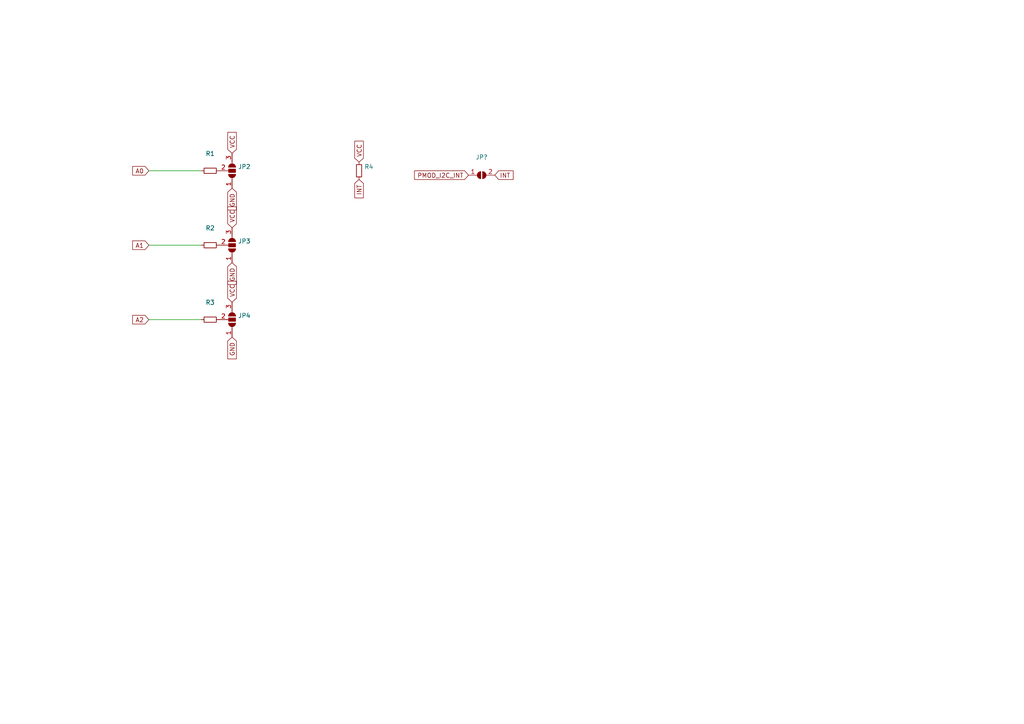
<source format=kicad_sch>
(kicad_sch (version 20211123) (generator eeschema)
  (paper "A4")
  (lib_symbols
    (symbol "Device:R_Small" (pin_numbers hide) (pin_names (offset 0.254) hide)
      (property "Reference" "R" (at 0.762 0.508 0))
      (property "Value" "R_Small" (at 0.762 -1.016 0))
      (symbol "R_Small_0_1"
        (rectangle (start -0.762 1.778) (end 0.762 -1.778) (stroke (width 0.2032)))
      )
      (symbol "R_Small_1_1"
        (pin passive line (at 0 2.54 270) (length 0.762) (name "~") (number "1"))
        (pin passive line (at 0 -2.54 90) (length 0.762) (name "~") (number "2"))
      )
    )
    (symbol "Jumper:SolderJumper_2_Open" (pin_names (offset 0) hide)
      (property "Reference" "JP" (at 0 2.032 0))
      (property "Value" "SolderJumper_2_Open" (at 0 -2.54 0))
      (symbol "SolderJumper_2_Open_0_1"
        (arc (start -0.254 1.016) (mid -1.27 0) (end -0.254 -1.016))
        (arc (start -0.254 1.016) (mid -1.27 0) (end -0.254 -1.016) (fill (type outline)))
        (polyline (pts (xy -0.254 1.016) (xy -0.254 -1.016)))
        (polyline (pts (xy 0.254 1.016) (xy 0.254 -1.016)))
        (arc (start 0.254 -1.016) (mid 1.27 0) (end 0.254 1.016))
        (arc (start 0.254 -1.016) (mid 1.27 0) (end 0.254 1.016) (fill (type outline)))
      )
      (symbol "SolderJumper_2_Open_1_1"
        (pin passive line (at -3.81 0 0) (length 2.54) (name "A") (number "1"))
        (pin passive line (at 3.81 0 180) (length 2.54) (name "B") (number "2"))
      )
    )
    (symbol "Jumper:SolderJumper_3_Open" (pin_names (offset 0) hide)
      (property "Reference" "JP" (at -2.54 -2.54 0))
      (property "Value" "SolderJumper_3_Open" (at 0 2.794 0))
      (symbol "SolderJumper_3_Open_0_1"
        (arc (start -1.016 1.016) (mid -2.032 0) (end -1.016 -1.016))
        (arc (start -1.016 1.016) (mid -2.032 0) (end -1.016 -1.016) (fill (type outline)))
        (rectangle (start -0.508 1.016) (end 0.508 -1.016) (fill (type outline)))
        (polyline (pts (xy -2.54 0) (xy -2.032 0)))
        (polyline (pts (xy -1.016 1.016) (xy -1.016 -1.016)))
        (polyline (pts (xy 0 -1.27) (xy 0 -1.016)))
        (polyline (pts (xy 1.016 1.016) (xy 1.016 -1.016)))
        (polyline (pts (xy 2.54 0) (xy 2.032 0)))
        (arc (start 1.016 -1.016) (mid 2.032 0) (end 1.016 1.016))
        (arc (start 1.016 -1.016) (mid 2.032 0) (end 1.016 1.016) (fill (type outline)))
      )
      (symbol "SolderJumper_3_Open_1_1"
        (pin passive line (at -5.08 0 0) (length 2.54) (name "A") (number "1"))
        (pin passive line (at 0 -3.81 90) (length 2.54) (name "C") (number "2"))
        (pin passive line (at 5.08 0 180) (length 2.54) (name "B") (number "3"))
      )
    )
  )
  (wire (pts (xy 58.42 71.12) (xy 43.18 71.12)))
  (wire (pts (xy 58.42 49.53) (xy 43.18 49.53)))
  (wire (pts (xy 58.42 92.71) (xy 43.18 92.71)))
  (global_label "VCC" (shape input) (at 67.31 44.45 90) (property "Intersheet-verwijzingen" "${INTERSHEET_REFS}" (effects hide)))
  (global_label "VCC" (shape input) (at 67.31 87.63 90) (property "Intersheet-verwijzingen" "${INTERSHEET_REFS}" (effects hide)))
  (global_label "INT" (shape input) (at 104.14 52.07 270) (property "Intersheet-verwijzingen" "${INTERSHEET_REFS}" (effects hide)))
  (global_label "GND" (shape input) (at 67.31 97.79 270) (property "Intersheet-verwijzingen" "${INTERSHEET_REFS}" (effects hide)))
  (global_label "A2" (shape input) (at 43.18 92.71 180) (property "Intersheet-verwijzingen" "${INTERSHEET_REFS}" (effects hide)))
  (global_label "A1" (shape input) (at 43.18 71.12 180) (property "Intersheet-verwijzingen" "${INTERSHEET_REFS}" (effects hide)))
  (global_label "VCC" (shape input) (at 67.31 66.04 90) (property "Intersheet-verwijzingen" "${INTERSHEET_REFS}" (effects hide)))
  (global_label "A0" (shape input) (at 43.18 49.53 180) (property "Intersheet-verwijzingen" "${INTERSHEET_REFS}" (effects hide)))
  (global_label "GND" (shape input) (at 67.31 76.2 270) (property "Intersheet-verwijzingen" "${INTERSHEET_REFS}" (effects hide)))
  (global_label "VCC" (shape input) (at 104.14 46.99 90) (property "Intersheet-verwijzingen" "${INTERSHEET_REFS}" (effects hide)))
  (global_label "GND" (shape input) (at 67.31 54.61 270) (property "Intersheet-verwijzingen" "${INTERSHEET_REFS}" (effects hide)))
  (global_label "INT" (shape input) (at 143.51 50.8 0) (property "Intersheet-verwijzingen" "${INTERSHEET_REFS}" (effects hide)))
  (global_label "PMOD_I2C_INT" (shape input) (at 135.89 50.8 180) (property "Intersheet-verwijzingen" "${INTERSHEET_REFS}" (effects hide)))
  (symbol (lib_id "Jumper:SolderJumper_3_Open") (at 67.31 49.53 270) (mirror x) (unit 1)
    (property "Reference" "JP2" (at 69.0372 48.3616 90) (effects (justify left)))
  )
  (symbol (lib_id "Device:R_Small") (at 60.96 49.53 270) (unit 1)
    (property "Reference" "R1" (at 60.96 44.5516 90))
  )
  (symbol (lib_id "Jumper:SolderJumper_3_Open") (at 67.31 71.12 270) (mirror x) (unit 1)
    (property "Reference" "JP3" (at 69.0372 69.9516 90) (effects (justify left)))
  )
  (symbol (lib_id "Device:R_Small") (at 60.96 71.12 270) (unit 1)
    (property "Reference" "R2" (at 60.96 66.1416 90))
  )
  (symbol (lib_id "Jumper:SolderJumper_3_Open") (at 67.31 92.71 270) (mirror x) (unit 1)
    (property "Reference" "JP4" (at 69.0372 91.5416 90) (effects (justify left)))
  )
  (symbol (lib_id "Device:R_Small") (at 60.96 92.71 270) (unit 1)
    (property "Reference" "R3" (at 60.96 87.7316 90))
  )
  (symbol (lib_id "Device:R_Small") (at 104.14 49.53 180) (unit 1)
    (property "Reference" "R4" (at 105.6386 48.3616 0) (effects (justify right)))
  )
  (symbol (lib_id "Jumper:SolderJumper_2_Open") (at 139.7 50.8 0) (unit 1)
    (property "Reference" "JP?" (at 139.7 45.593 0))
  )
)
</source>
